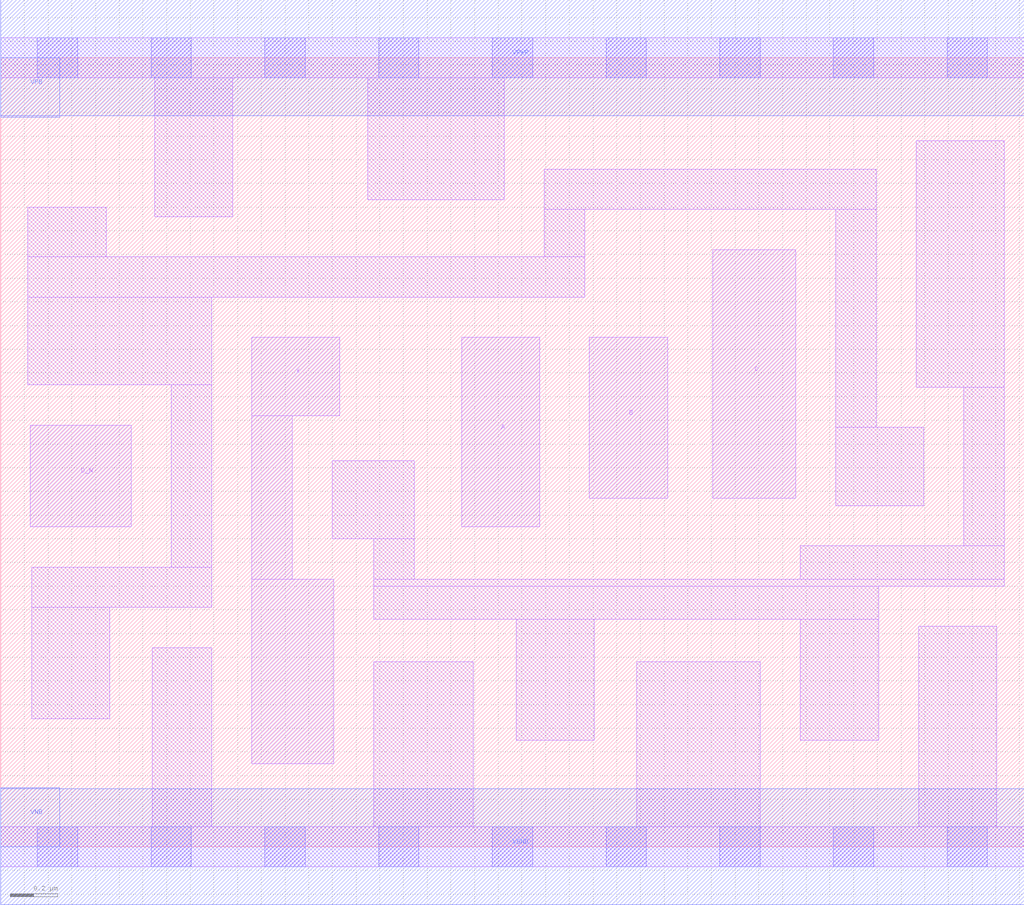
<source format=lef>
# Copyright 2020 The SkyWater PDK Authors
#
# Licensed under the Apache License, Version 2.0 (the "License");
# you may not use this file except in compliance with the License.
# You may obtain a copy of the License at
#
#     https://www.apache.org/licenses/LICENSE-2.0
#
# Unless required by applicable law or agreed to in writing, software
# distributed under the License is distributed on an "AS IS" BASIS,
# WITHOUT WARRANTIES OR CONDITIONS OF ANY KIND, either express or implied.
# See the License for the specific language governing permissions and
# limitations under the License.
#
# SPDX-License-Identifier: Apache-2.0

VERSION 5.5 ;
NAMESCASESENSITIVE ON ;
BUSBITCHARS "[]" ;
DIVIDERCHAR "/" ;
MACRO sky130_fd_sc_hs__or4b_2
  CLASS CORE ;
  SOURCE USER ;
  ORIGIN  0.000000  0.000000 ;
  SIZE  4.320000 BY  3.330000 ;
  SYMMETRY X Y ;
  SITE unit ;
  PIN A
    ANTENNAGATEAREA  0.246000 ;
    DIRECTION INPUT ;
    USE SIGNAL ;
    PORT
      LAYER li1 ;
        RECT 1.945000 1.350000 2.275000 2.150000 ;
    END
  END A
  PIN B
    ANTENNAGATEAREA  0.246000 ;
    DIRECTION INPUT ;
    USE SIGNAL ;
    PORT
      LAYER li1 ;
        RECT 2.485000 1.470000 2.815000 2.150000 ;
    END
  END B
  PIN C
    ANTENNAGATEAREA  0.246000 ;
    DIRECTION INPUT ;
    USE SIGNAL ;
    PORT
      LAYER li1 ;
        RECT 3.005000 1.470000 3.355000 2.520000 ;
    END
  END C
  PIN D_N
    ANTENNAGATEAREA  0.208000 ;
    DIRECTION INPUT ;
    USE SIGNAL ;
    PORT
      LAYER li1 ;
        RECT 0.125000 1.350000 0.550000 1.780000 ;
    END
  END D_N
  PIN X
    ANTENNADIFFAREA  0.543200 ;
    DIRECTION OUTPUT ;
    USE SIGNAL ;
    PORT
      LAYER li1 ;
        RECT 1.060000 0.350000 1.405000 1.130000 ;
        RECT 1.060000 1.130000 1.230000 1.820000 ;
        RECT 1.060000 1.820000 1.430000 2.150000 ;
    END
  END X
  PIN VGND
    DIRECTION INOUT ;
    USE GROUND ;
    PORT
      LAYER met1 ;
        RECT 0.000000 -0.245000 4.320000 0.245000 ;
    END
  END VGND
  PIN VNB
    DIRECTION INOUT ;
    USE GROUND ;
    PORT
    END
  END VNB
  PIN VPB
    DIRECTION INOUT ;
    USE POWER ;
    PORT
    END
  END VPB
  PIN VNB
    DIRECTION INOUT ;
    USE GROUND ;
    PORT
      LAYER met1 ;
        RECT 0.000000 0.000000 0.250000 0.250000 ;
    END
  END VNB
  PIN VPB
    DIRECTION INOUT ;
    USE POWER ;
    PORT
      LAYER met1 ;
        RECT 0.000000 3.080000 0.250000 3.330000 ;
    END
  END VPB
  PIN VPWR
    DIRECTION INOUT ;
    USE POWER ;
    PORT
      LAYER met1 ;
        RECT 0.000000 3.085000 4.320000 3.575000 ;
    END
  END VPWR
  OBS
    LAYER li1 ;
      RECT 0.000000 -0.085000 4.320000 0.085000 ;
      RECT 0.000000  3.245000 4.320000 3.415000 ;
      RECT 0.115000  1.950000 0.890000 2.320000 ;
      RECT 0.115000  2.320000 2.465000 2.490000 ;
      RECT 0.115000  2.490000 0.445000 2.700000 ;
      RECT 0.130000  0.540000 0.460000 1.010000 ;
      RECT 0.130000  1.010000 0.890000 1.180000 ;
      RECT 0.640000  0.085000 0.890000 0.840000 ;
      RECT 0.650000  2.660000 0.980000 3.245000 ;
      RECT 0.720000  1.180000 0.890000 1.950000 ;
      RECT 1.400000  1.300000 1.745000 1.630000 ;
      RECT 1.550000  2.730000 2.125000 3.245000 ;
      RECT 1.575000  0.085000 1.995000 0.780000 ;
      RECT 1.575000  0.960000 3.705000 1.100000 ;
      RECT 1.575000  1.100000 4.235000 1.130000 ;
      RECT 1.575000  1.130000 1.745000 1.300000 ;
      RECT 2.175000  0.450000 2.505000 0.960000 ;
      RECT 2.295000  2.490000 2.465000 2.690000 ;
      RECT 2.295000  2.690000 3.695000 2.860000 ;
      RECT 2.685000  0.085000 3.205000 0.780000 ;
      RECT 3.375000  0.450000 3.705000 0.960000 ;
      RECT 3.375000  1.130000 4.235000 1.270000 ;
      RECT 3.525000  1.440000 3.895000 1.770000 ;
      RECT 3.525000  1.770000 3.695000 2.690000 ;
      RECT 3.865000  1.940000 4.235000 2.980000 ;
      RECT 3.875000  0.085000 4.205000 0.930000 ;
      RECT 4.065000  1.270000 4.235000 1.940000 ;
    LAYER mcon ;
      RECT 0.155000 -0.085000 0.325000 0.085000 ;
      RECT 0.155000  3.245000 0.325000 3.415000 ;
      RECT 0.635000 -0.085000 0.805000 0.085000 ;
      RECT 0.635000  3.245000 0.805000 3.415000 ;
      RECT 1.115000 -0.085000 1.285000 0.085000 ;
      RECT 1.115000  3.245000 1.285000 3.415000 ;
      RECT 1.595000 -0.085000 1.765000 0.085000 ;
      RECT 1.595000  3.245000 1.765000 3.415000 ;
      RECT 2.075000 -0.085000 2.245000 0.085000 ;
      RECT 2.075000  3.245000 2.245000 3.415000 ;
      RECT 2.555000 -0.085000 2.725000 0.085000 ;
      RECT 2.555000  3.245000 2.725000 3.415000 ;
      RECT 3.035000 -0.085000 3.205000 0.085000 ;
      RECT 3.035000  3.245000 3.205000 3.415000 ;
      RECT 3.515000 -0.085000 3.685000 0.085000 ;
      RECT 3.515000  3.245000 3.685000 3.415000 ;
      RECT 3.995000 -0.085000 4.165000 0.085000 ;
      RECT 3.995000  3.245000 4.165000 3.415000 ;
  END
END sky130_fd_sc_hs__or4b_2
END LIBRARY

</source>
